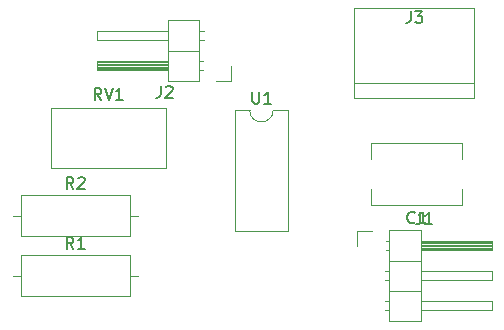
<source format=gbr>
%TF.GenerationSoftware,KiCad,Pcbnew,(5.1.6)-1*%
%TF.CreationDate,2023-06-29T19:29:05+02:00*%
%TF.ProjectId,carteAdaptationPiezo,63617274-6541-4646-9170-746174696f6e,rev?*%
%TF.SameCoordinates,Original*%
%TF.FileFunction,Legend,Top*%
%TF.FilePolarity,Positive*%
%FSLAX46Y46*%
G04 Gerber Fmt 4.6, Leading zero omitted, Abs format (unit mm)*
G04 Created by KiCad (PCBNEW (5.1.6)-1) date 2023-06-29 19:29:05*
%MOMM*%
%LPD*%
G01*
G04 APERTURE LIST*
%ADD10C,0.120000*%
%ADD11C,0.150000*%
G04 APERTURE END LIST*
D10*
%TO.C,C1*%
X167012000Y-141492000D02*
X167012000Y-140128000D01*
X167012000Y-145368000D02*
X167012000Y-144004000D01*
X174752000Y-141492000D02*
X174752000Y-140128000D01*
X174752000Y-145368000D02*
X174752000Y-144004000D01*
X174752000Y-140128000D02*
X167012000Y-140128000D01*
X174752000Y-145368000D02*
X167012000Y-145368000D01*
%TO.C,J1*%
X165862000Y-147574000D02*
X167132000Y-147574000D01*
X165862000Y-148844000D02*
X165862000Y-147574000D01*
X168174929Y-154304000D02*
X168572000Y-154304000D01*
X168174929Y-153544000D02*
X168572000Y-153544000D01*
X177232000Y-154304000D02*
X171232000Y-154304000D01*
X177232000Y-153544000D02*
X177232000Y-154304000D01*
X171232000Y-153544000D02*
X177232000Y-153544000D01*
X168572000Y-152654000D02*
X171232000Y-152654000D01*
X168174929Y-151764000D02*
X168572000Y-151764000D01*
X168174929Y-151004000D02*
X168572000Y-151004000D01*
X177232000Y-151764000D02*
X171232000Y-151764000D01*
X177232000Y-151004000D02*
X177232000Y-151764000D01*
X171232000Y-151004000D02*
X177232000Y-151004000D01*
X168572000Y-150114000D02*
X171232000Y-150114000D01*
X168242000Y-149224000D02*
X168572000Y-149224000D01*
X168242000Y-148464000D02*
X168572000Y-148464000D01*
X171232000Y-149124000D02*
X177232000Y-149124000D01*
X171232000Y-149004000D02*
X177232000Y-149004000D01*
X171232000Y-148884000D02*
X177232000Y-148884000D01*
X171232000Y-148764000D02*
X177232000Y-148764000D01*
X171232000Y-148644000D02*
X177232000Y-148644000D01*
X171232000Y-148524000D02*
X177232000Y-148524000D01*
X177232000Y-149224000D02*
X171232000Y-149224000D01*
X177232000Y-148464000D02*
X177232000Y-149224000D01*
X171232000Y-148464000D02*
X177232000Y-148464000D01*
X171232000Y-147514000D02*
X168572000Y-147514000D01*
X171232000Y-155254000D02*
X171232000Y-147514000D01*
X168572000Y-155254000D02*
X171232000Y-155254000D01*
X168572000Y-147514000D02*
X168572000Y-155254000D01*
%TO.C,J2*%
X155194000Y-134874000D02*
X153924000Y-134874000D01*
X155194000Y-133604000D02*
X155194000Y-134874000D01*
X152881071Y-130684000D02*
X152484000Y-130684000D01*
X152881071Y-131444000D02*
X152484000Y-131444000D01*
X143824000Y-130684000D02*
X149824000Y-130684000D01*
X143824000Y-131444000D02*
X143824000Y-130684000D01*
X149824000Y-131444000D02*
X143824000Y-131444000D01*
X152484000Y-132334000D02*
X149824000Y-132334000D01*
X152814000Y-133224000D02*
X152484000Y-133224000D01*
X152814000Y-133984000D02*
X152484000Y-133984000D01*
X149824000Y-133324000D02*
X143824000Y-133324000D01*
X149824000Y-133444000D02*
X143824000Y-133444000D01*
X149824000Y-133564000D02*
X143824000Y-133564000D01*
X149824000Y-133684000D02*
X143824000Y-133684000D01*
X149824000Y-133804000D02*
X143824000Y-133804000D01*
X149824000Y-133924000D02*
X143824000Y-133924000D01*
X143824000Y-133224000D02*
X149824000Y-133224000D01*
X143824000Y-133984000D02*
X143824000Y-133224000D01*
X149824000Y-133984000D02*
X143824000Y-133984000D01*
X149824000Y-134934000D02*
X152484000Y-134934000D01*
X149824000Y-129734000D02*
X149824000Y-134934000D01*
X152484000Y-129734000D02*
X149824000Y-129734000D01*
X152484000Y-134934000D02*
X152484000Y-129734000D01*
%TO.C,J3*%
X165608000Y-136359001D02*
X175768000Y-136359001D01*
X165608000Y-128739001D02*
X165608000Y-136359001D01*
X175768000Y-128739001D02*
X165608000Y-128739001D01*
X175768000Y-136359001D02*
X175768000Y-128739001D01*
X175768000Y-135089001D02*
X165608000Y-135089001D01*
%TO.C,R1*%
X147296000Y-151384000D02*
X146606000Y-151384000D01*
X136676000Y-151384000D02*
X137366000Y-151384000D01*
X146606000Y-149664000D02*
X137366000Y-149664000D01*
X146606000Y-153104000D02*
X146606000Y-149664000D01*
X137366000Y-153104000D02*
X146606000Y-153104000D01*
X137366000Y-149664000D02*
X137366000Y-153104000D01*
%TO.C,R2*%
X137366000Y-144584000D02*
X137366000Y-148024000D01*
X137366000Y-148024000D02*
X146606000Y-148024000D01*
X146606000Y-148024000D02*
X146606000Y-144584000D01*
X146606000Y-144584000D02*
X137366000Y-144584000D01*
X136676000Y-146304000D02*
X137366000Y-146304000D01*
X147296000Y-146304000D02*
X146606000Y-146304000D01*
%TO.C,RV1*%
X149665000Y-137170000D02*
X149665000Y-142240000D01*
X139895000Y-137170000D02*
X139895000Y-142240000D01*
X139895000Y-142240000D02*
X149665000Y-142240000D01*
X139895000Y-137170000D02*
X149665000Y-137170000D01*
%TO.C,U1*%
X159984000Y-137354000D02*
X158734000Y-137354000D01*
X159984000Y-147634000D02*
X159984000Y-137354000D01*
X155484000Y-147634000D02*
X159984000Y-147634000D01*
X155484000Y-137354000D02*
X155484000Y-147634000D01*
X156734000Y-137354000D02*
X155484000Y-137354000D01*
X158734000Y-137354000D02*
G75*
G02*
X156734000Y-137354000I-1000000J0D01*
G01*
%TO.C,C1*%
D11*
X170715333Y-146855142D02*
X170667714Y-146902761D01*
X170524857Y-146950380D01*
X170429619Y-146950380D01*
X170286761Y-146902761D01*
X170191523Y-146807523D01*
X170143904Y-146712285D01*
X170096285Y-146521809D01*
X170096285Y-146378952D01*
X170143904Y-146188476D01*
X170191523Y-146093238D01*
X170286761Y-145998000D01*
X170429619Y-145950380D01*
X170524857Y-145950380D01*
X170667714Y-145998000D01*
X170715333Y-146045619D01*
X171667714Y-146950380D02*
X171096285Y-146950380D01*
X171382000Y-146950380D02*
X171382000Y-145950380D01*
X171286761Y-146093238D01*
X171191523Y-146188476D01*
X171096285Y-146236095D01*
%TO.C,J1*%
X171183666Y-146026380D02*
X171183666Y-146740666D01*
X171136047Y-146883523D01*
X171040809Y-146978761D01*
X170897952Y-147026380D01*
X170802714Y-147026380D01*
X172183666Y-147026380D02*
X171612238Y-147026380D01*
X171897952Y-147026380D02*
X171897952Y-146026380D01*
X171802714Y-146169238D01*
X171707476Y-146264476D01*
X171612238Y-146312095D01*
%TO.C,J2*%
X149205666Y-135326380D02*
X149205666Y-136040666D01*
X149158047Y-136183523D01*
X149062809Y-136278761D01*
X148919952Y-136326380D01*
X148824714Y-136326380D01*
X149634238Y-135421619D02*
X149681857Y-135374000D01*
X149777095Y-135326380D01*
X150015190Y-135326380D01*
X150110428Y-135374000D01*
X150158047Y-135421619D01*
X150205666Y-135516857D01*
X150205666Y-135612095D01*
X150158047Y-135754952D01*
X149586619Y-136326380D01*
X150205666Y-136326380D01*
%TO.C,J3*%
X170354666Y-128992380D02*
X170354666Y-129706666D01*
X170307047Y-129849523D01*
X170211809Y-129944761D01*
X170068952Y-129992380D01*
X169973714Y-129992380D01*
X170735619Y-128992380D02*
X171354666Y-128992380D01*
X171021333Y-129373333D01*
X171164190Y-129373333D01*
X171259428Y-129420952D01*
X171307047Y-129468571D01*
X171354666Y-129563809D01*
X171354666Y-129801904D01*
X171307047Y-129897142D01*
X171259428Y-129944761D01*
X171164190Y-129992380D01*
X170878476Y-129992380D01*
X170783238Y-129944761D01*
X170735619Y-129897142D01*
%TO.C,R1*%
X141819333Y-149116380D02*
X141486000Y-148640190D01*
X141247904Y-149116380D02*
X141247904Y-148116380D01*
X141628857Y-148116380D01*
X141724095Y-148164000D01*
X141771714Y-148211619D01*
X141819333Y-148306857D01*
X141819333Y-148449714D01*
X141771714Y-148544952D01*
X141724095Y-148592571D01*
X141628857Y-148640190D01*
X141247904Y-148640190D01*
X142771714Y-149116380D02*
X142200285Y-149116380D01*
X142486000Y-149116380D02*
X142486000Y-148116380D01*
X142390761Y-148259238D01*
X142295523Y-148354476D01*
X142200285Y-148402095D01*
%TO.C,R2*%
X141819333Y-144036380D02*
X141486000Y-143560190D01*
X141247904Y-144036380D02*
X141247904Y-143036380D01*
X141628857Y-143036380D01*
X141724095Y-143084000D01*
X141771714Y-143131619D01*
X141819333Y-143226857D01*
X141819333Y-143369714D01*
X141771714Y-143464952D01*
X141724095Y-143512571D01*
X141628857Y-143560190D01*
X141247904Y-143560190D01*
X142200285Y-143131619D02*
X142247904Y-143084000D01*
X142343142Y-143036380D01*
X142581238Y-143036380D01*
X142676476Y-143084000D01*
X142724095Y-143131619D01*
X142771714Y-143226857D01*
X142771714Y-143322095D01*
X142724095Y-143464952D01*
X142152666Y-144036380D01*
X142771714Y-144036380D01*
%TO.C,RV1*%
X144184761Y-136492380D02*
X143851428Y-136016190D01*
X143613333Y-136492380D02*
X143613333Y-135492380D01*
X143994285Y-135492380D01*
X144089523Y-135540000D01*
X144137142Y-135587619D01*
X144184761Y-135682857D01*
X144184761Y-135825714D01*
X144137142Y-135920952D01*
X144089523Y-135968571D01*
X143994285Y-136016190D01*
X143613333Y-136016190D01*
X144470476Y-135492380D02*
X144803809Y-136492380D01*
X145137142Y-135492380D01*
X145994285Y-136492380D02*
X145422857Y-136492380D01*
X145708571Y-136492380D02*
X145708571Y-135492380D01*
X145613333Y-135635238D01*
X145518095Y-135730476D01*
X145422857Y-135778095D01*
%TO.C,U1*%
X156972095Y-135806380D02*
X156972095Y-136615904D01*
X157019714Y-136711142D01*
X157067333Y-136758761D01*
X157162571Y-136806380D01*
X157353047Y-136806380D01*
X157448285Y-136758761D01*
X157495904Y-136711142D01*
X157543523Y-136615904D01*
X157543523Y-135806380D01*
X158543523Y-136806380D02*
X157972095Y-136806380D01*
X158257809Y-136806380D02*
X158257809Y-135806380D01*
X158162571Y-135949238D01*
X158067333Y-136044476D01*
X157972095Y-136092095D01*
%TD*%
M02*

</source>
